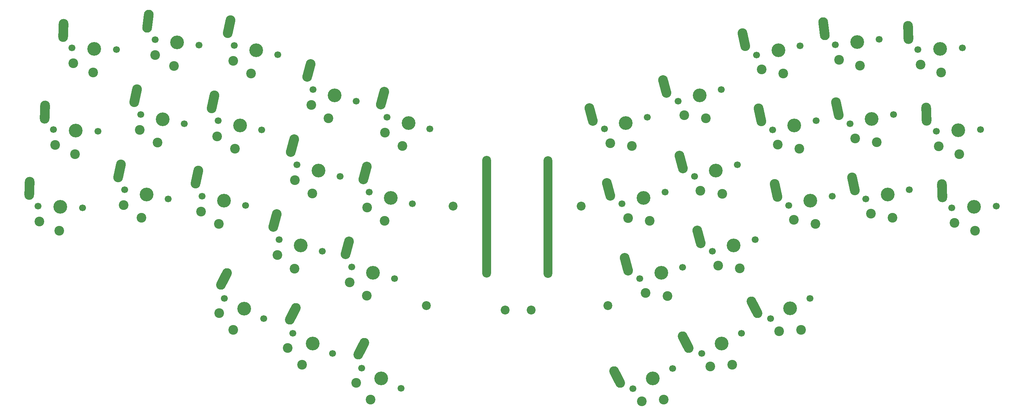
<source format=gbs>
G04 #@! TF.GenerationSoftware,KiCad,Pcbnew,(6.0.6)*
G04 #@! TF.CreationDate,2022-07-31T21:57:04+09:00*
G04 #@! TF.ProjectId,nowt36lp-bottom-plate,6e6f7774-3336-46c7-902d-626f74746f6d,rev?*
G04 #@! TF.SameCoordinates,Original*
G04 #@! TF.FileFunction,Soldermask,Bot*
G04 #@! TF.FilePolarity,Negative*
%FSLAX46Y46*%
G04 Gerber Fmt 4.6, Leading zero omitted, Abs format (unit mm)*
G04 Created by KiCad (PCBNEW (6.0.6)) date 2022-07-31 21:57:04*
%MOMM*%
%LPD*%
G01*
G04 APERTURE LIST*
G04 Aperture macros list*
%AMHorizOval*
0 Thick line with rounded ends*
0 $1 width*
0 $2 $3 position (X,Y) of the first rounded end (center of the circle)*
0 $4 $5 position (X,Y) of the second rounded end (center of the circle)*
0 Add line between two ends*
20,1,$1,$2,$3,$4,$5,0*
0 Add two circle primitives to create the rounded ends*
1,1,$1,$2,$3*
1,1,$1,$4,$5*%
G04 Aperture macros list end*
%ADD10C,3.400000*%
%ADD11C,2.400000*%
%ADD12C,1.700000*%
%ADD13HorizOval,2.400000X0.427051X1.593778X-0.427051X-1.593778X0*%
%ADD14HorizOval,2.400000X0.343054X1.613944X-0.343054X-1.613944X0*%
%ADD15HorizOval,2.400000X-0.343054X1.613944X0.343054X-1.613944X0*%
%ADD16HorizOval,2.400000X-0.427051X1.593778X0.427051X-1.593778X0*%
%ADD17HorizOval,2.400000X-0.749084X1.470161X0.749084X-1.470161X0*%
%ADD18C,2.200000*%
%ADD19HorizOval,2.400000X0.057584X1.648995X-0.057584X-1.648995X0*%
%ADD20HorizOval,2.400000X-0.057584X1.648995X0.057584X-1.648995X0*%
%ADD21HorizOval,2.400000X0.201084X1.637701X-0.201084X-1.637701X0*%
%ADD22HorizOval,2.400000X-0.201084X1.637701X0.201084X-1.637701X0*%
%ADD23HorizOval,2.400000X0.749084X1.470161X-0.749084X-1.470161X0*%
%ADD24O,2.200000X30.140000*%
G04 APERTURE END LIST*
D10*
X130962400Y-65659000D03*
D11*
X125149258Y-68035423D03*
D12*
X125649808Y-64235495D03*
D11*
X129435368Y-71357962D03*
D12*
X136274992Y-67082505D03*
D13*
X124579737Y-59497083D03*
D11*
X106912058Y-61177423D03*
X111198168Y-64499962D03*
D12*
X107412608Y-57377495D03*
D10*
X112725200Y-58801000D03*
D13*
X106342537Y-52639083D03*
D12*
X118037792Y-60224505D03*
D11*
X60536998Y-86014802D03*
X64991121Y-89108471D03*
D14*
X59521395Y-77517971D03*
D10*
X66217800Y-83337400D03*
D12*
X71597612Y-84480914D03*
X60837988Y-82193886D03*
D11*
X245327326Y-88068519D03*
D12*
X254807812Y-82168486D03*
X244048188Y-84455514D03*
D11*
X250654679Y-89083071D03*
D10*
X249428000Y-83312000D03*
D15*
X240943554Y-80719360D03*
D12*
X188133808Y-104191905D03*
D10*
X193446400Y-102768400D03*
D11*
X189600283Y-107733013D03*
D12*
X198758992Y-101344895D03*
D11*
X194973432Y-108467362D03*
D16*
X184837894Y-100623355D03*
D13*
X120210937Y-78039083D03*
D12*
X121281008Y-82777495D03*
X131906192Y-85624505D03*
D11*
X120780458Y-86577423D03*
D10*
X126593600Y-84201000D03*
D11*
X125066568Y-89899962D03*
D12*
X186488464Y-131401948D03*
D17*
X182522630Y-128596638D03*
D12*
X196289536Y-126408052D03*
D11*
X194067544Y-134161938D03*
D10*
X191389000Y-128905000D03*
D11*
X188659131Y-134560777D03*
X116411658Y-105119423D03*
D10*
X122224800Y-102743000D03*
D12*
X116912208Y-101319495D03*
D11*
X120697768Y-108441962D03*
D13*
X115842137Y-96581083D03*
D12*
X127537392Y-104166505D03*
D18*
X135370000Y-110890000D03*
D17*
X216482430Y-111273838D03*
D12*
X230249336Y-109085252D03*
D11*
X222618931Y-117237977D03*
D12*
X220448264Y-114079148D03*
D11*
X228027344Y-116839138D03*
D10*
X225348800Y-111582200D03*
D12*
X43220550Y-67295853D03*
D10*
X48717200Y-67487800D03*
D11*
X43587628Y-71110988D03*
X48511293Y-73384206D03*
D19*
X41111995Y-62919599D03*
D12*
X54213850Y-67679747D03*
X75560012Y-65837314D03*
D11*
X68953521Y-70464871D03*
X64499398Y-67371202D03*
D12*
X64800388Y-63550286D03*
D14*
X63483795Y-58874371D03*
D10*
X70180200Y-64693800D03*
D12*
X83951988Y-65099686D03*
D11*
X88105121Y-72014271D03*
D10*
X89331800Y-66243200D03*
D12*
X94711612Y-67386714D03*
D14*
X82635395Y-60423771D03*
D11*
X83650998Y-68920602D03*
D12*
X190021392Y-64235495D03*
X179396208Y-67082505D03*
D11*
X186235832Y-71357962D03*
D16*
X176100294Y-63513955D03*
D10*
X184708800Y-65659000D03*
D11*
X180862683Y-70623613D03*
D12*
X272425250Y-67270453D03*
D11*
X262064264Y-71434583D03*
X267134507Y-73358806D03*
D10*
X266928600Y-67462400D03*
D12*
X261431950Y-67654347D03*
D20*
X259023259Y-63435840D03*
D12*
X203455664Y-122740548D03*
D11*
X205626331Y-125899377D03*
X211034744Y-125500538D03*
D12*
X213256736Y-117746652D03*
D17*
X199489830Y-119935238D03*
D10*
X208356200Y-120243600D03*
D12*
X216695692Y-94539395D03*
D10*
X211383100Y-95962900D03*
D16*
X202774594Y-93817855D03*
D12*
X206070508Y-97386405D03*
D11*
X212910132Y-101661862D03*
X207536983Y-100927513D03*
D14*
X78647595Y-79067371D03*
D10*
X85344000Y-84886800D03*
D11*
X79663198Y-87564202D03*
D12*
X90723812Y-86030314D03*
D11*
X84117321Y-90657871D03*
D12*
X79964188Y-83743286D03*
X58760450Y-47435947D03*
D11*
X53057893Y-53140406D03*
X48134228Y-50867188D03*
D10*
X53263800Y-47244000D03*
D12*
X47767150Y-47052053D03*
D19*
X45658595Y-42675799D03*
D15*
X213917954Y-45032360D03*
D12*
X217022588Y-48768514D03*
D11*
X223629079Y-53396071D03*
D12*
X227782212Y-46481486D03*
D10*
X222402400Y-47625000D03*
D11*
X218301726Y-52381519D03*
X102816168Y-101685562D03*
D12*
X109655792Y-97410105D03*
D13*
X97960537Y-89824683D03*
D11*
X98530058Y-98363023D03*
D12*
X99030608Y-94563095D03*
D10*
X104343200Y-95986600D03*
D18*
X141970000Y-86200000D03*
D10*
X73761600Y-45643800D03*
D12*
X79220604Y-46314081D03*
D11*
X68335766Y-48806129D03*
D12*
X68302596Y-44973519D03*
D21*
X66583480Y-40430145D03*
D11*
X73042571Y-51499822D03*
D10*
X93294200Y-47599600D03*
D14*
X86597795Y-41780171D03*
D11*
X92067521Y-53370671D03*
D12*
X98674012Y-48743114D03*
X87914388Y-46456086D03*
D11*
X87613398Y-50277002D03*
D12*
X247368604Y-44948119D03*
D11*
X242628629Y-51474422D03*
D10*
X241909600Y-45618400D03*
D22*
X233683404Y-42296158D03*
D11*
X237409973Y-49999422D03*
D12*
X236450596Y-46288681D03*
X250870812Y-63524886D03*
D15*
X237006554Y-62075760D03*
D11*
X241390326Y-69424919D03*
X246717679Y-70439471D03*
D10*
X245491000Y-64668400D03*
D12*
X240111188Y-65811914D03*
D11*
X271020707Y-92332606D03*
D12*
X276311450Y-86244253D03*
D10*
X270814800Y-86436200D03*
D11*
X265950464Y-90408383D03*
D20*
X262909459Y-82409640D03*
D12*
X265318150Y-86628147D03*
D15*
X217854954Y-63650560D03*
D12*
X220959588Y-67386714D03*
D11*
X222238726Y-70999719D03*
D12*
X231719212Y-65099686D03*
D11*
X227566079Y-72014271D03*
D10*
X226339400Y-66243200D03*
X90322400Y-111607600D03*
D23*
X85360349Y-104253306D03*
D12*
X85421864Y-109110652D03*
D11*
X87643856Y-116864538D03*
D12*
X95222936Y-114104548D03*
D11*
X84142203Y-112723472D03*
D18*
X173690000Y-86200000D03*
D11*
X44675893Y-92332606D03*
D19*
X37276595Y-81867999D03*
D11*
X39752228Y-90059388D03*
D10*
X44881800Y-86436200D03*
D12*
X50378450Y-86628147D03*
X39385150Y-86244253D03*
D24*
X150271000Y-88825000D03*
X165451000Y-88905000D03*
D20*
X254502059Y-43217440D03*
D12*
X256910750Y-47435947D03*
D11*
X257543064Y-51216183D03*
X262613307Y-53140406D03*
D12*
X267904050Y-47052053D03*
D10*
X262407400Y-47244000D03*
D18*
X154850000Y-111950000D03*
X161350000Y-111950000D03*
D12*
X197658808Y-60199105D03*
D16*
X194362894Y-56630555D03*
D11*
X204498432Y-64474562D03*
X199125283Y-63740213D03*
D10*
X202971400Y-58775600D03*
D12*
X208283992Y-57352095D03*
X102414464Y-117746652D03*
X112215536Y-122740548D03*
D11*
X101134803Y-121359472D03*
D23*
X102352949Y-112889306D03*
D11*
X104636456Y-125500538D03*
D10*
X107315000Y-120243600D03*
D11*
X203138483Y-82409213D03*
D12*
X212297192Y-76021095D03*
X201672008Y-78868105D03*
D10*
X206984600Y-77444600D03*
D11*
X208511632Y-83143562D03*
D16*
X198376094Y-75299555D03*
D12*
X129163736Y-131381648D03*
D10*
X124263200Y-128884700D03*
D12*
X119362664Y-126387752D03*
D11*
X118083003Y-130000572D03*
D23*
X119301149Y-121530406D03*
D11*
X121584656Y-134141638D03*
D12*
X224947388Y-86030314D03*
D11*
X226226526Y-89643319D03*
D12*
X235707012Y-83743286D03*
D10*
X230327200Y-84886800D03*
D11*
X231553879Y-90657871D03*
D15*
X221842754Y-82294160D03*
D12*
X183765008Y-85624505D03*
D16*
X180469094Y-82055955D03*
D10*
X189077600Y-84201000D03*
D12*
X194390192Y-82777495D03*
D11*
X185231483Y-89165613D03*
X190604632Y-89899962D03*
D18*
X180280000Y-110850000D03*
D11*
X107184968Y-83118162D03*
D10*
X108712000Y-77419200D03*
D11*
X102898858Y-79795623D03*
D12*
X114024592Y-78842705D03*
D13*
X102329337Y-71257283D03*
D12*
X103399408Y-75995695D03*
M02*

</source>
